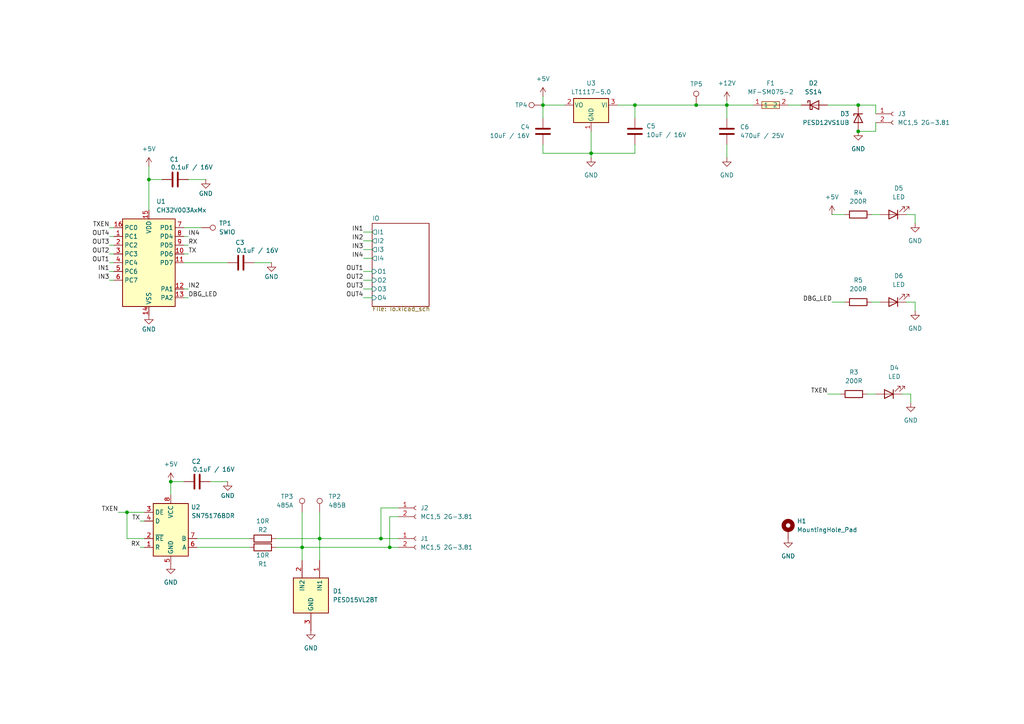
<source format=kicad_sch>
(kicad_sch (version 20250114) (generator "eeschema") (generator_version "9.0")
  (paper "A4")
  (title_block (title "LAM-MEW-G3") (date "2025-03-29") (rev "A") (company "B4CKSP4CE") (comment 1 "@heyflo") (comment 2 "CERN-OHL-S"))
  (lib_symbols
    (symbol "Connector:Conn_01x02_Socket" (pin_names (offset 1.016) (hide yes))
      (property "Reference" "J" (at 0 2.54 0))
      (property "Value" "Conn_01x02_Socket" (at 0 -5.08 0))
      (symbol "Conn_01x02_Socket_1_1"
        (polyline (pts (xy -1.27 0) (xy -0.508 0)) (stroke (width 0.1524)))
        (polyline (pts (xy -1.27 -2.54) (xy -0.508 -2.54)) (stroke (width 0.1524)))
        (arc (start 0 -0.508) (mid -0.5058 0) (end 0 0.508) (stroke (width 0.1524)))
        (arc (start 0 -3.048) (mid -0.5058 -2.54) (end 0 -2.032) (stroke (width 0.1524)))
        (pin passive line (at -5.08 0 0) (length 3.81) (name "Pin_1") (number "1"))
        (pin passive line (at -5.08 -2.54 0) (length 3.81) (name "Pin_2") (number "2"))
      )
    )
    (symbol "Connector:TestPoint" (pin_numbers (hide yes)) (pin_names (offset 0.762) (hide yes))
      (property "Reference" "TP" (at 0 6.858 0))
      (property "Value" "TestPoint" (at 0 5.08 0))
      (symbol "TestPoint_0_1"
        (circle (center 0 3.302) (radius 0.762))
      )
      (symbol "TestPoint_1_1"
        (pin passive line (at 0 0 90) (length 2.54) (name "1") (number "1"))
      )
    )
    (symbol "Custom:MF-SM075-2"
      (property "Reference" "F" (at 0 5.08 0))
      (property "Value" "MF-SM075-2" (at 0 -5.08 0))
      (symbol "MF-SM075-2_0_1"
        (rectangle (start -2.54 1.02) (end 2.54 -1.02) (fill (type background)))
        (polyline (pts (xy -2.54 0) (xy 2.54 0)))
      )
      (symbol "MF-SM075-2_1_1"
        (pin bidirectional line (at -5.08 0 0) (length 2.54) (name "1") (number "1"))
        (pin bidirectional line (at 5.08 0 180) (length 2.54) (name "2") (number "2"))
      )
    )
    (symbol "Custom:PESD12VL2BT"
      (property "Reference" "D" (at 5.08 8.636 0))
      (property "Value" "PESD15VL2BT" (at 5.08 6.096 0))
      (symbol "PESD12VL2BT_1_1"
        (rectangle (start 5.08 3.81) (end 15.24 -6.35) (stroke (width 0.254)) (fill (type background)))
        (pin passive line (at 0 1.27 0) (length 5.08) (name "IN1") (number "1"))
        (pin passive line (at 0 -3.81 0) (length 5.08) (name "IN2") (number "2"))
        (pin passive line (at 20.32 -1.27 180) (length 5.08) (name "GND") (number "3"))
      )
    )
    (symbol "Custom:PESD12VS1UB" (pin_numbers (hide yes)) (pin_names (hide yes))
      (property "Reference" "D" (at 0 2.54 0))
      (property "Value" "PESD12VS1UB" (at 0 -2.54 0))
      (symbol "PESD12VS1UB_0_1"
        (polyline (pts (xy -1.27 -1.27) (xy -1.27 1.27) (xy -0.762 1.27)) (stroke (width 0.254)))
        (polyline (pts (xy 1.27 0) (xy -1.27 0)))
        (polyline (pts (xy 1.27 -1.27) (xy 1.27 1.27) (xy -1.27 0) (xy 1.27 -1.27)) (stroke (width 0.254)))
      )
      (symbol "PESD12VS1UB_1_1"
        (pin passive line (at -3.81 0 0) (length 2.54) (name "K") (number "1"))
        (pin passive line (at 3.81 0 180) (length 2.54) (name "A") (number "2"))
      )
    )
    (symbol "Custom:SN75176BDR"
      (property "Reference" "U" (at -4.318 8.89 0))
      (property "Value" "SN75176BDR" (at 1.016 8.89 0))
      (symbol "SN75176BDR_0_1"
        (rectangle (start -5.08 7.62) (end 5.08 -7.62) (stroke (width 0.254)) (fill (type background)))
      )
      (symbol "SN75176BDR_1_1"
        (pin input line (at -7.62 5.08 0) (length 2.54) (name "DE") (number "3"))
        (pin input line (at -7.62 2.54 0) (length 2.54) (name "D") (number "4"))
        (pin input line (at -7.62 -2.54 0) (length 2.54) (name "~{RE}") (number "2"))
        (pin output line (at -7.62 -5.08 0) (length 2.54) (name "R") (number "1"))
        (pin power_in line (at 0 10.16 270) (length 2.54) (name "VCC") (number "8"))
        (pin power_in line (at 0 -10.16 90) (length 2.54) (name "GND") (number "5"))
        (pin bidirectional line (at 7.62 -2.54 180) (length 2.54) (name "B") (number "7"))
        (pin bidirectional line (at 7.62 -5.08 180) (length 2.54) (name "A") (number "6"))
      )
    )
    (symbol "Device:C" (pin_numbers (hide yes)) (pin_names (offset 0.254))
      (property "Reference" "C" (at 0.635 2.54 0))
      (property "Value" "C" (at 0.635 -2.54 0))
      (symbol "C_0_1"
        (polyline (pts (xy -2.032 0.762) (xy 2.032 0.762)) (stroke (width 0.508)))
        (polyline (pts (xy -2.032 -0.762) (xy 2.032 -0.762)) (stroke (width 0.508)))
      )
      (symbol "C_1_1"
        (pin passive line (at 0 3.81 270) (length 2.794) (name "~") (number "1"))
        (pin passive line (at 0 -3.81 90) (length 2.794) (name "~") (number "2"))
      )
    )
    (symbol "Device:LED" (pin_numbers (hide yes)) (pin_names (offset 1.016) (hide yes))
      (property "Reference" "D" (at 0 2.54 0))
      (property "Value" "LED" (at 0 -2.54 0))
      (symbol "LED_0_1"
        (polyline (pts (xy -3.048 -0.762) (xy -4.572 -2.286) (xy -3.81 -2.286) (xy -4.572 -2.286) (xy -4.572 -1.524)))
        (polyline (pts (xy -1.778 -0.762) (xy -3.302 -2.286) (xy -2.54 -2.286) (xy -3.302 -2.286) (xy -3.302 -1.524)))
        (polyline (pts (xy -1.27 0) (xy 1.27 0)))
        (polyline (pts (xy -1.27 -1.27) (xy -1.27 1.27)) (stroke (width 0.254)))
        (polyline (pts (xy 1.27 -1.27) (xy 1.27 1.27) (xy -1.27 0) (xy 1.27 -1.27)) (stroke (width 0.254)))
      )
      (symbol "LED_1_1"
        (pin passive line (at -3.81 0 0) (length 2.54) (name "K") (number "1"))
        (pin passive line (at 3.81 0 180) (length 2.54) (name "A") (number "2"))
      )
    )
    (symbol "Device:R" (pin_numbers (hide yes)) (pin_names (offset 0))
      (property "Reference" "R" (at 2.032 0 90))
      (property "Value" "R" (at 0 0 90))
      (symbol "R_0_1"
        (rectangle (start -1.016 -2.54) (end 1.016 2.54) (stroke (width 0.254)))
      )
      (symbol "R_1_1"
        (pin passive line (at 0 3.81 270) (length 1.27) (name "~") (number "1"))
        (pin passive line (at 0 -3.81 90) (length 1.27) (name "~") (number "2"))
      )
    )
    (symbol "Diode:SS14" (pin_numbers (hide yes)) (pin_names (offset 1.016) (hide yes))
      (property "Reference" "D" (at 0 2.54 0))
      (property "Value" "SS14" (at 0 -2.54 0))
      (symbol "SS14_0_1"
        (polyline (pts (xy -1.905 0.635) (xy -1.905 1.27) (xy -1.27 1.27) (xy -1.27 -1.27) (xy -0.635 -1.27) (xy -0.635 -0.635)) (stroke (width 0.254)))
        (polyline (pts (xy 1.27 1.27) (xy 1.27 -1.27) (xy -1.27 0) (xy 1.27 1.27)) (stroke (width 0.254)))
        (polyline (pts (xy 1.27 0) (xy -1.27 0)))
      )
      (symbol "SS14_1_1"
        (pin passive line (at -3.81 0 0) (length 2.54) (name "K") (number "1"))
        (pin passive line (at 3.81 0 180) (length 2.54) (name "A") (number "2"))
      )
    )
    (symbol "MCU_WCH_CH32V0:CH32V003AxMx"
      (property "Reference" "U" (at -7.62 15.24 0))
      (property "Value" "CH32V003AxMx" (at 7.62 15.24 0))
      (symbol "CH32V003AxMx_1_1"
        (rectangle (start -7.62 12.7) (end 7.62 -12.7) (stroke (width 0.254)) (fill (type background)))
        (pin bidirectional line (at -10.16 10.16 0) (length 2.54) (name "PC0") (number "16"))
        (pin bidirectional line (at -10.16 7.62 0) (length 2.54) (name "PC1") (number "1"))
        (pin bidirectional line (at -10.16 5.08 0) (length 2.54) (name "PC2") (number "2"))
        (pin bidirectional line (at -10.16 2.54 0) (length 2.54) (name "PC3") (number "3"))
        (pin bidirectional line (at -10.16 0 0) (length 2.54) (name "PC4") (number "4"))
        (pin bidirectional line (at -10.16 -2.54 0) (length 2.54) (name "PC6") (number "5"))
        (pin bidirectional line (at -10.16 -5.08 0) (length 2.54) (name "PC7") (number "6"))
        (pin power_in line (at 0 15.24 270) (length 2.54) (name "VDD") (number "15"))
        (pin power_in line (at 0 -15.24 90) (length 2.54) (name "VSS") (number "14"))
        (pin bidirectional line (at 10.16 10.16 180) (length 2.54) (name "PD1") (number "7"))
        (pin bidirectional line (at 10.16 7.62 180) (length 2.54) (name "PD4") (number "8"))
        (pin bidirectional line (at 10.16 5.08 180) (length 2.54) (name "PD5") (number "9"))
        (pin bidirectional line (at 10.16 2.54 180) (length 2.54) (name "PD6") (number "10"))
        (pin bidirectional line (at 10.16 0 180) (length 2.54) (name "PD7") (number "11"))
        (pin bidirectional line (at 10.16 -7.62 180) (length 2.54) (name "PA1") (number "12"))
        (pin bidirectional line (at 10.16 -10.16 180) (length 2.54) (name "PA2") (number "13"))
      )
    )
    (symbol "Mechanical:MountingHole_Pad" (pin_numbers (hide yes)) (pin_names (offset 1.016) (hide yes)) (exclude_from_sim yes) (in_bom no)
      (property "Reference" "H" (at 0 6.35 0))
      (property "Value" "MountingHole_Pad" (at 0 4.445 0))
      (symbol "MountingHole_Pad_0_1"
        (circle (center 0 1.27) (radius 1.27) (stroke (width 1.27)))
      )
      (symbol "MountingHole_Pad_1_1"
        (pin input line (at 0 -2.54 90) (length 2.54) (name "1") (number "1"))
      )
    )
    (symbol "Regulator_Linear:LT1117-5.0" (pin_names (offset 0.254))
      (property "Reference" "U" (at -3.81 3.175 0))
      (property "Value" "LT1117-5.0" (at 0 3.175 0))
      (symbol "LT1117-5.0_0_1"
        (rectangle (start -5.08 -5.08) (end 5.08 1.905) (stroke (width 0.254)) (fill (type background)))
      )
      (symbol "LT1117-5.0_1_1"
        (pin power_in line (at -7.62 0 0) (length 2.54) (name "VI") (number "3"))
        (pin power_in line (at 0 -7.62 90) (length 2.54) (name "GND") (number "1"))
        (pin power_out line (at 7.62 0 180) (length 2.54) (name "VO") (number "2"))
      )
    )
    (symbol "power:+12V" (power) (pin_numbers (hide yes)) (pin_names (offset 0) (hide yes))
      (property "Value" "+12V" (at 0 3.556 0))
      (symbol "+12V_0_1"
        (polyline (pts (xy -0.762 1.27) (xy 0 2.54)))
        (polyline (pts (xy 0 2.54) (xy 0.762 1.27)))
        (polyline (pts (xy 0 0) (xy 0 2.54)))
      )
      (symbol "+12V_1_1"
        (pin power_in line (at 0 0 90) (length 0) (name "~") (number "1"))
      )
    )
    (symbol "power:+5V" (power) (pin_numbers (hide yes)) (pin_names (offset 0) (hide yes))
      (property "Value" "+5V" (at 0 3.556 0))
      (symbol "+5V_0_1"
        (polyline (pts (xy -0.762 1.27) (xy 0 2.54)))
        (polyline (pts (xy 0 2.54) (xy 0.762 1.27)))
        (polyline (pts (xy 0 0) (xy 0 2.54)))
      )
      (symbol "+5V_1_1"
        (pin power_in line (at 0 0 90) (length 0) (name "~") (number "1"))
      )
    )
    (symbol "power:GND" (power) (pin_numbers (hide yes)) (pin_names (offset 0) (hide yes))
      (property "Value" "GND" (at 0 -3.81 0))
      (symbol "GND_0_1"
        (polyline (pts (xy 0 0) (xy 0 -1.27) (xy 1.27 -1.27) (xy 0 -2.54) (xy -1.27 -1.27) (xy 0 -1.27)))
      )
      (symbol "GND_1_1"
        (pin power_in line (at 0 0 270) (length 0) (name "~") (number "1"))
      )
    )
  )
  (junction (at 87.63 158.75))
  (junction (at 113.03 158.75))
  (junction (at 49.53 139.7))
  (junction (at 43.18 52.07))
  (junction (at 210.82 30.48))
  (junction (at 201.93 30.48))
  (junction (at 184.15 30.48))
  (junction (at 110.49 156.21))
  (junction (at 171.45 44.45))
  (junction (at 157.48 30.48))
  (junction (at 92.71 156.21))
  (junction (at 248.92 38.1))
  (junction (at 248.92 30.48))
  (junction (at 36.83 148.59))
  (wire (pts (xy 241.3 87.63) (xy 245.11 87.63)))
  (wire (pts (xy 53.34 76.2) (xy 66.04 76.2)))
  (wire (pts (xy 40.64 158.75) (xy 41.91 158.75)))
  (wire (pts (xy 252.73 87.63) (xy 255.27 87.63)))
  (wire (pts (xy 92.71 156.21) (xy 110.49 156.21)))
  (wire (pts (xy 36.83 156.21) (xy 36.83 148.59)))
  (wire (pts (xy 43.18 52.07) (xy 43.18 48.26)))
  (wire (pts (xy 265.43 87.63) (xy 265.43 90.17)))
  (wire (pts (xy 171.45 38.1) (xy 171.45 44.45)))
  (wire (pts (xy 157.48 27.94) (xy 157.48 30.48)))
  (wire (pts (xy 184.15 44.45) (xy 171.45 44.45)))
  (wire (pts (xy 31.75 71.12) (xy 33.02 71.12)))
  (wire (pts (xy 53.34 66.04) (xy 58.42 66.04)))
  (wire (pts (xy 31.75 68.58) (xy 33.02 68.58)))
  (wire (pts (xy 265.43 62.23) (xy 265.43 64.77)))
  (wire (pts (xy 105.41 69.85) (xy 107.95 69.85)))
  (wire (pts (xy 113.03 149.86) (xy 113.03 158.75)))
  (wire (pts (xy 54.61 86.36) (xy 53.34 86.36)))
  (wire (pts (xy 210.82 45.72) (xy 210.82 41.91)))
  (wire (pts (xy 41.91 156.21) (xy 36.83 156.21)))
  (wire (pts (xy 92.71 156.21) (xy 92.71 162.56)))
  (wire (pts (xy 73.66 76.2) (xy 78.74 76.2)))
  (wire (pts (xy 31.75 78.74) (xy 33.02 78.74)))
  (wire (pts (xy 261.62 114.3) (xy 264.16 114.3)))
  (wire (pts (xy 241.3 62.23) (xy 245.11 62.23)))
  (wire (pts (xy 240.03 30.48) (xy 248.92 30.48)))
  (wire (pts (xy 254 30.48) (xy 254 33.02)))
  (wire (pts (xy 262.89 87.63) (xy 265.43 87.63)))
  (wire (pts (xy 240.03 114.3) (xy 243.84 114.3)))
  (wire (pts (xy 228.6 30.48) (xy 232.41 30.48)))
  (wire (pts (xy 31.75 73.66) (xy 33.02 73.66)))
  (wire (pts (xy 105.41 67.31) (xy 107.95 67.31)))
  (wire (pts (xy 157.48 34.29) (xy 157.48 30.48)))
  (wire (pts (xy 105.41 86.36) (xy 107.95 86.36)))
  (wire (pts (xy 157.48 41.91) (xy 157.48 44.45)))
  (wire (pts (xy 262.89 62.23) (xy 265.43 62.23)))
  (wire (pts (xy 53.34 139.7) (xy 49.53 139.7)))
  (wire (pts (xy 54.61 52.07) (xy 59.69 52.07)))
  (wire (pts (xy 40.64 151.13) (xy 41.91 151.13)))
  (wire (pts (xy 80.01 156.21) (xy 92.71 156.21)))
  (wire (pts (xy 57.15 158.75) (xy 72.39 158.75)))
  (wire (pts (xy 110.49 156.21) (xy 115.57 156.21)))
  (wire (pts (xy 49.53 139.7) (xy 49.53 143.51)))
  (wire (pts (xy 184.15 41.91) (xy 184.15 44.45)))
  (wire (pts (xy 31.75 66.04) (xy 33.02 66.04)))
  (wire (pts (xy 36.83 148.59) (xy 41.91 148.59)))
  (wire (pts (xy 264.16 114.3) (xy 264.16 116.84)))
  (wire (pts (xy 31.75 76.2) (xy 33.02 76.2)))
  (wire (pts (xy 184.15 34.29) (xy 184.15 30.48)))
  (wire (pts (xy 184.15 30.48) (xy 201.93 30.48)))
  (wire (pts (xy 105.41 81.28) (xy 107.95 81.28)))
  (wire (pts (xy 252.73 62.23) (xy 255.27 62.23)))
  (wire (pts (xy 57.15 156.21) (xy 72.39 156.21)))
  (wire (pts (xy 105.41 83.82) (xy 107.95 83.82)))
  (wire (pts (xy 184.15 30.48) (xy 179.07 30.48)))
  (wire (pts (xy 105.41 78.74) (xy 107.95 78.74)))
  (wire (pts (xy 115.57 147.32) (xy 110.49 147.32)))
  (wire (pts (xy 110.49 147.32) (xy 110.49 156.21)))
  (wire (pts (xy 87.63 158.75) (xy 113.03 158.75)))
  (wire (pts (xy 248.92 30.48) (xy 254 30.48)))
  (wire (pts (xy 251.46 114.3) (xy 254 114.3)))
  (wire (pts (xy 87.63 158.75) (xy 87.63 162.56)))
  (wire (pts (xy 171.45 45.72) (xy 171.45 44.45)))
  (wire (pts (xy 31.75 81.28) (xy 33.02 81.28)))
  (wire (pts (xy 254 35.56) (xy 254 38.1)))
  (wire (pts (xy 54.61 68.58) (xy 53.34 68.58)))
  (wire (pts (xy 115.57 149.86) (xy 113.03 149.86)))
  (wire (pts (xy 113.03 158.75) (xy 115.57 158.75)))
  (wire (pts (xy 43.18 52.07) (xy 43.18 60.96)))
  (wire (pts (xy 80.01 158.75) (xy 87.63 158.75)))
  (wire (pts (xy 46.99 52.07) (xy 43.18 52.07)))
  (wire (pts (xy 34.29 148.59) (xy 36.83 148.59)))
  (wire (pts (xy 254 38.1) (xy 248.92 38.1)))
  (wire (pts (xy 54.61 73.66) (xy 53.34 73.66)))
  (wire (pts (xy 210.82 30.48) (xy 210.82 34.29)))
  (wire (pts (xy 54.61 83.82) (xy 53.34 83.82)))
  (wire (pts (xy 54.61 71.12) (xy 53.34 71.12)))
  (wire (pts (xy 157.48 44.45) (xy 171.45 44.45)))
  (wire (pts (xy 60.96 139.7) (xy 66.04 139.7)))
  (wire (pts (xy 210.82 30.48) (xy 201.93 30.48)))
  (wire (pts (xy 210.82 29.21) (xy 210.82 30.48)))
  (wire (pts (xy 210.82 30.48) (xy 218.44 30.48)))
  (wire (pts (xy 105.41 72.39) (xy 107.95 72.39)))
  (wire (pts (xy 92.71 148.59) (xy 92.71 156.21)))
  (wire (pts (xy 87.63 148.59) (xy 87.63 158.75)))
  (wire (pts (xy 163.83 30.48) (xy 157.48 30.48)))
  (wire (pts (xy 105.41 74.93) (xy 107.95 74.93)))
  (label "IN2" (at 54.61 83.82 0))
  (label "TX" (at 54.61 73.66 0))
  (label "OUT4" (at 105.41 86.36 180))
  (label "OUT3" (at 105.41 83.82 180))
  (label "TX" (at 40.64 151.13 180))
  (label "IN3" (at 105.41 72.39 180))
  (label "DBG_LED" (at 241.3 87.63 180))
  (label "DBG_LED" (at 54.61 86.36 0))
  (label "RX" (at 54.61 71.12 0))
  (label "OUT4" (at 31.75 68.58 180))
  (label "IN1" (at 31.75 78.74 180))
  (label "IN3" (at 31.75 81.28 180))
  (label "IN1" (at 105.41 67.31 180))
  (label "OUT1" (at 105.41 78.74 180))
  (label "IN4" (at 54.61 68.58 0))
  (label "OUT2" (at 31.75 73.66 180))
  (label "TXEN" (at 240.03 114.3 180))
  (label "OUT3" (at 31.75 71.12 180))
  (label "RX" (at 40.64 158.75 180))
  (label "TXEN" (at 31.75 66.04 180))
  (label "TXEN" (at 34.29 148.59 180))
  (label "OUT1" (at 31.75 76.2 180))
  (label "IN4" (at 105.41 74.93 180))
  (label "OUT2" (at 105.41 81.28 180))
  (label "IN2" (at 105.41 69.85 180))
  (symbol (lib_id "power:GND") (at 264.16 116.84 0) (unit 1)
    (property "Reference" "#PWR014" (effects (hide yes)))
    (property "Value" "GND" (at 264.16 121.92 0))
    (property "Description" "Power symbol creates a global label with name \"GND\" , ground" (effects (hide yes)))
  )
  (symbol (lib_id "Connector:TestPoint") (at 201.93 30.48 0) (mirror y) (unit 1)
    (property "Reference" "TP5" (at 200.152 24.384 0) (effects (justify right)))
    (property "Value" "12V" (effects (hide yes)))
    (property "Footprint" "TestPoint:TestPoint_Pad_D2.5mm" (effects (hide yes)))
    (property "Description" "test point" (effects (hide yes)))
  )
  (symbol (lib_id "power:+5V") (at 49.53 139.7 0) (unit 1)
    (property "Reference" "#PWR03" (effects (hide yes)))
    (property "Value" "+5V" (at 49.53 134.62 0))
    (property "Description" "Power symbol creates a global label with name \"+5V\"" (effects (hide yes)))
  )
  (symbol (lib_id "power:+12V") (at 210.82 29.21 0) (unit 1)
    (property "Reference" "#PWR011" (effects (hide yes)))
    (property "Value" "+12V" (at 210.82 24.13 0))
    (property "Description" "Power symbol creates a global label with name \"+12V\"" (effects (hide yes)))
  )
  (symbol (lib_id "Custom:SN75176BDR") (at 49.53 153.67 0) (unit 1)
    (property "Reference" "U2" (at 55.372 147.066 0) (effects (justify left)))
    (property "Value" "SN75176BDR" (at 55.5147 149.606 0) (effects (justify left)))
    (property "Footprint" "Package_SO:SOIC-8_3.9x4.9mm_P1.27mm" (effects (hide yes)))
    (property "Datasheet" "http://www.ti.com/lit/ds/symlink/sn75176b.pdf" (effects (hide yes)))
    (property "Description" "Differential RS-422/RS-485 bus transceiver, SOIC-8" (effects (hide yes)))
  )
  (symbol (lib_id "Diode:SS14") (at 236.22 30.48 0) (unit 1)
    (property "Reference" "D2" (at 235.9025 24.13 0))
    (property "Value" "SS14" (at 235.9025 26.67 0))
    (property "Footprint" "Diode_SMD:D_SMA" (effects (hide yes)))
    (property "Datasheet" "https://www.vishay.com/docs/88746/ss12.pdf" (effects (hide yes)))
    (property "Description" "40V 1A Schottky Diode, SMA" (effects (hide yes)))
  )
  (symbol (lib_id "Device:LED") (at 259.08 62.23 180) (unit 1)
    (property "Reference" "D5" (at 260.6675 54.61 0))
    (property "Value" "LED" (at 260.6675 57.15 0))
    (property "Footprint" "LED_SMD:LED_1206_3216Metric_ReverseMount_Hole1.8x2.4mm" (effects (hide yes)))
    (property "Description" "Light emitting diode" (effects (hide yes)))
    (property "Sim.Pins" "1=K 2=A" (effects (hide yes)))
  )
  (symbol (lib_id "Device:LED") (at 257.81 114.3 180) (unit 1)
    (property "Reference" "D4" (at 259.3975 106.68 0))
    (property "Value" "LED" (at 259.3975 109.22 0))
    (property "Footprint" "LED_SMD:LED_1206_3216Metric_ReverseMount_Hole1.8x2.4mm" (effects (hide yes)))
    (property "Description" "Light emitting diode" (effects (hide yes)))
    (property "Sim.Pins" "1=K 2=A" (effects (hide yes)))
  )
  (symbol (lib_id "power:GND") (at 171.45 45.72 0) (mirror y) (unit 1)
    (property "Reference" "#PWR010" (effects (hide yes)))
    (property "Value" "GND" (at 171.45 50.8 0))
    (property "Description" "Power symbol creates a global label with name \"GND\" , ground" (effects (hide yes)))
  )
  (symbol (lib_id "power:GND") (at 210.82 45.72 0) (unit 1)
    (property "Reference" "#PWR012" (effects (hide yes)))
    (property "Value" "GND" (at 210.82 50.8 0))
    (property "Description" "Power symbol creates a global label with name \"GND\" , ground" (effects (hide yes)))
  )
  (symbol (lib_id "power:GND") (at 43.18 91.44 0) (mirror y) (unit 1)
    (property "Reference" "#PWR02" (effects (hide yes)))
    (property "Value" "GND" (at 43.18 95.504 0))
    (property "Description" "Power symbol creates a global label with name \"GND\" , ground" (effects (hide yes)))
  )
  (symbol (lib_id "Connector:TestPoint") (at 87.63 148.59 0) (mirror y) (unit 1)
    (property "Reference" "TP3" (at 85.09 144.0179 0) (effects (justify left)))
    (property "Value" "485A" (at 85.09 146.5579 0) (effects (justify left)))
    (property "Footprint" "TestPoint:TestPoint_Pad_D2.5mm" (effects (hide yes)))
    (property "Description" "test point" (effects (hide yes)))
  )
  (symbol (lib_id "power:GND") (at 248.92 38.1 0) (unit 1)
    (property "Reference" "#PWR013" (effects (hide yes)))
    (property "Value" "GND" (at 248.92 43.18 0))
    (property "Description" "Power symbol creates a global label with name \"GND\" , ground" (effects (hide yes)))
  )
  (symbol (lib_id "Device:C") (at 50.8 52.07 270) (mirror x) (unit 1)
    (property "Reference" "C1" (at 50.546 46.228 90))
    (property "Value" "0.1uF / 16V" (at 55.626 48.514 90))
    (property "Footprint" "Capacitor_SMD:C_0805_2012Metric" (effects (hide yes)))
    (property "Description" "Unpolarized capacitor" (effects (hide yes)))
  )
  (symbol (lib_id "power:GND") (at 59.69 52.07 0) (mirror y) (unit 1)
    (property "Reference" "#PWR05" (effects (hide yes)))
    (property "Value" "GND" (at 59.69 56.134 0))
    (property "Description" "Power symbol creates a global label with name \"GND\" , ground" (effects (hide yes)))
  )
  (symbol (lib_id "Device:C") (at 57.15 139.7 270) (mirror x) (unit 1)
    (property "Reference" "C2" (at 56.896 133.858 90))
    (property "Value" "0.1uF / 16V" (at 61.976 136.144 90))
    (property "Footprint" "Capacitor_SMD:C_0805_2012Metric" (effects (hide yes)))
    (property "Description" "Unpolarized capacitor" (effects (hide yes)))
  )
  (symbol (lib_id "Mechanical:MountingHole_Pad") (at 228.6 153.67 0) (unit 1) (exclude_from_sim yes) (in_bom no)
    (property "Reference" "H1" (at 231.14 151.1299 0) (effects (justify left)))
    (property "Value" "MountingHole_Pad" (at 231.14 153.6699 0) (effects (justify left)))
    (property "Footprint" "MountingHole:MountingHole_3.2mm_M3_DIN965_Pad_TopOnly" (effects (hide yes)))
    (property "Description" "Mounting Hole with connection" (effects (hide yes)))
  )
  (symbol (lib_id "Connector:TestPoint") (at 157.48 30.48 90) (unit 1)
    (property "Reference" "TP4" (at 149.352 30.48 90) (effects (justify right)))
    (property "Value" "5V" (effects (hide yes)))
    (property "Footprint" "TestPoint:TestPoint_Pad_D2.5mm" (effects (hide yes)))
    (property "Description" "test point" (effects (hide yes)))
  )
  (symbol (lib_id "power:GND") (at 265.43 64.77 0) (unit 1)
    (property "Reference" "#PWR015" (effects (hide yes)))
    (property "Value" "GND" (at 265.43 69.85 0))
    (property "Description" "Power symbol creates a global label with name \"GND\" , ground" (effects (hide yes)))
  )
  (symbol (lib_id "power:+5V") (at 157.48 27.94 0) (unit 1)
    (property "Reference" "#PWR09" (effects (hide yes)))
    (property "Value" "+5V" (at 157.48 22.86 0))
    (property "Description" "Power symbol creates a global label with name \"+5V\"" (effects (hide yes)))
  )
  (symbol (lib_id "MCU_WCH_CH32V0:CH32V003AxMx") (at 43.18 76.2 0) (unit 1)
    (property "Reference" "U1" (at 45.3233 58.42 0) (effects (justify left)))
    (property "Value" "CH32V003AxMx" (at 45.3233 60.96 0) (effects (justify left)))
    (property "Footprint" "Package_SO:SOP-16_3.9x9.9mm_P1.27mm" (effects (hide yes)))
    (property "Datasheet" "https://www.wch-ic.com/products/CH32V003.html" (effects (hide yes)))
    (property "Description" "CH32V003 series are industrial-grade general-purpose microcontrollers designed based on 32-bit RISC-V instruction set and architecture. It adopts QingKe V2A core, RV32EC instruction set, and supports 2 levels of interrupt nesting. The series are mounted with rich peripheral interfaces and function modules. Its internal organizational structure meets the low-cost and low-power embedded application scenarios." (effects (hide yes)))
  )
  (symbol (lib_id "Device:C") (at 157.48 38.1 0) (unit 1)
    (property "Reference" "C4" (at 153.67 36.8299 0) (effects (justify right)))
    (property "Value" "10uF / 16V" (at 153.67 39.3699 0) (effects (justify right)))
    (property "Footprint" "Capacitor_SMD:C_0805_2012Metric" (effects (hide yes)))
    (property "Description" "Unpolarized capacitor" (effects (hide yes)))
  )
  (symbol (lib_id "Device:LED") (at 259.08 87.63 180) (unit 1)
    (property "Reference" "D6" (at 260.6675 80.01 0))
    (property "Value" "LED" (at 260.6675 82.55 0))
    (property "Footprint" "LED_SMD:LED_1206_3216Metric_ReverseMount_Hole1.8x2.4mm" (effects (hide yes)))
    (property "Description" "Light emitting diode" (effects (hide yes)))
    (property "Sim.Pins" "1=K 2=A" (effects (hide yes)))
  )
  (symbol (lib_id "Connector:TestPoint") (at 92.71 148.59 0) (unit 1)
    (property "Reference" "TP2" (at 95.25 144.0179 0) (effects (justify left)))
    (property "Value" "485B" (at 95.25 146.5579 0) (effects (justify left)))
    (property "Footprint" "TestPoint:TestPoint_Pad_D2.5mm" (effects (hide yes)))
    (property "Description" "test point" (effects (hide yes)))
  )
  (symbol (lib_id "Custom:MF-SM075-2") (at 223.52 30.48 0) (unit 1)
    (property "Reference" "F1" (at 223.52 24.13 0))
    (property "Value" "MF-SM075-2" (at 223.52 26.67 0))
    (property "Footprint" "Custom:FUSE-SMD_L7.4-W5.4" (effects (hide yes)))
    (property "Datasheet" "https://eu.mouser.com/datasheet/2/54/bourns_mfsm-1159445.pdf" (effects (hide yes)))
    (property "Description" "Resettable Fuses - PPTC 30V .75A-HD 40A MAX" (effects (hide yes)))
  )
  (symbol (lib_id "Regulator_Linear:LT1117-5.0") (at 171.45 30.48 0) (mirror y) (unit 1)
    (property "Reference" "U3" (at 171.45 24.13 0))
    (property "Value" "LT1117-5.0" (at 171.45 26.67 0))
    (property "Footprint" "Package_TO_SOT_SMD:SOT-223" (effects (hide yes)))
    (property "Datasheet" "https://www.analog.com/media/en/technical-documentation/data-sheets/1117fd.pdf" (effects (hide yes)))
    (property "Description" "800mA Low-Dropout Linear Regulator, 5.0V fixed output, SOT-223/TO-263" (effects (hide yes)))
  )
  (symbol (lib_id "Device:C") (at 210.82 38.1 0) (unit 1)
    (property "Reference" "C6" (at 214.63 36.8299 0) (effects (justify left)))
    (property "Value" "470uF / 25V" (at 214.63 39.3699 0) (effects (justify left)))
    (property "Footprint" "Capacitor_SMD:CP_Elec_6.3x5.9" (effects (hide yes)))
    (property "Description" "Unpolarized capacitor" (effects (hide yes)))
  )
  (symbol (lib_id "power:GND") (at 66.04 139.7 0) (mirror y) (unit 1)
    (property "Reference" "#PWR06" (effects (hide yes)))
    (property "Value" "GND" (at 66.04 143.764 0))
    (property "Description" "Power symbol creates a global label with name \"GND\" , ground" (effects (hide yes)))
  )
  (symbol (lib_id "Device:C") (at 184.15 38.1 0) (mirror y) (unit 1)
    (property "Reference" "C5" (at 187.452 36.576 0) (effects (justify right)))
    (property "Value" "10uF / 16V" (at 187.452 39.116 0) (effects (justify right)))
    (property "Footprint" "Capacitor_SMD:C_0805_2012Metric" (effects (hide yes)))
    (property "Description" "Unpolarized capacitor" (effects (hide yes)))
  )
  (symbol (lib_id "Connector:Conn_01x02_Socket") (at 120.65 147.32 0) (unit 1)
    (property "Reference" "J2" (at 121.92 147.3199 0) (effects (justify left)))
    (property "Value" "MC1,5 2G-3.81" (at 121.92 149.8599 0) (effects (justify left)))
    (property "Footprint" "Connector_Phoenix_MC:PhoenixContact_MC_1,5_2-G-3.81_1x02_P3.81mm_Horizontal" (effects (hide yes)))
    (property "Description" "Generic connector, single row, 01x02, script generated" (effects (hide yes)))
  )
  (symbol (lib_id "Device:R") (at 248.92 87.63 90) (unit 1)
    (property "Reference" "R5" (at 248.92 81.28 90))
    (property "Value" "200R" (at 248.92 83.82 90))
    (property "Footprint" "Resistor_SMD:R_0805_2012Metric" (effects (hide yes)))
    (property "Description" "Resistor" (effects (hide yes)))
  )
  (symbol (lib_id "Connector:TestPoint") (at 58.42 66.04 270) (unit 1)
    (property "Reference" "TP1" (at 63.5 64.7699 90) (effects (justify left)))
    (property "Value" "SWIO" (at 63.5 67.3099 90) (effects (justify left)))
    (property "Footprint" "TestPoint:TestPoint_Pad_D2.5mm" (effects (hide yes)))
    (property "Description" "test point" (effects (hide yes)))
  )
  (symbol (lib_id "Device:R") (at 76.2 158.75 90) (mirror x) (unit 1)
    (property "Reference" "R1" (at 76.2 163.576 90))
    (property "Value" "10R" (at 76.2 161.036 90))
    (property "Footprint" "Resistor_SMD:R_0805_2012Metric" (effects (hide yes)))
    (property "Description" "Resistor" (effects (hide yes)))
  )
  (symbol (lib_id "power:GND") (at 49.53 163.83 0) (unit 1)
    (property "Reference" "#PWR04" (effects (hide yes)))
    (property "Value" "GND" (at 49.53 168.91 0))
    (property "Description" "Power symbol creates a global label with name \"GND\" , ground" (effects (hide yes)))
  )
  (symbol (lib_id "Device:R") (at 248.92 62.23 90) (unit 1)
    (property "Reference" "R4" (at 248.92 55.88 90))
    (property "Value" "200R" (at 248.92 58.42 90))
    (property "Footprint" "Resistor_SMD:R_0805_2012Metric" (effects (hide yes)))
    (property "Description" "Resistor" (effects (hide yes)))
  )
  (symbol (lib_id "Custom:PESD12VL2BT") (at 91.44 162.56 270) (unit 1)
    (property "Reference" "D1" (at 96.52 171.4499 90) (effects (justify left)))
    (property "Value" "PESD15VL2BT" (at 96.52 173.9899 90) (effects (justify left)))
    (property "Footprint" "Package_TO_SOT_SMD:SOT-23" (effects (hide yes)))
    (property "Datasheet" "https://assets.nexperia.com/documents/data-sheet/PESDXS2UT_SERIES.pdf" (effects (hide yes)))
    (property "Description" "Dual Bi-Directional TVS, 12V Operational, 15.8V Breakdown, 200W" (effects (hide yes)))
    (property "Height" "1.1" (effects (hide yes)))
    (property "Mouser Part Number" "771-PESD15VS2UT-T/R" (effects (hide yes)))
    (property "Mouser Price/Stock" "https://www.mouser.co.uk/ProductDetail/Nexperia/PESD15VS2UT215?qs=LOCUfHb8d9u9Mp9X1kxKXg%3D%3D" (effects (hide yes)))
    (property "Manufacturer_Name" "Nexperia" (effects (hide yes)))
    (property "Manufacturer_Part_Number" "PESD15VS2UT,215" (effects (hide yes)))
  )
  (symbol (lib_id "Connector:Conn_01x02_Socket") (at 120.65 156.21 0) (unit 1)
    (property "Reference" "J1" (at 121.92 156.2099 0) (effects (justify left)))
    (property "Value" "MC1,5 2G-3.81" (at 121.92 158.7499 0) (effects (justify left)))
    (property "Footprint" "Connector_Phoenix_MC:PhoenixContact_MC_1,5_2-G-3.81_1x02_P3.81mm_Horizontal" (effects (hide yes)))
    (property "Description" "Generic connector, single row, 01x02, script generated" (effects (hide yes)))
  )
  (symbol (lib_id "Device:R") (at 76.2 156.21 90) (mirror x) (unit 1)
    (property "Reference" "R2" (at 76.2 153.67 90))
    (property "Value" "10R" (at 76.2 151.13 90))
    (property "Footprint" "Resistor_SMD:R_0805_2012Metric" (effects (hide yes)))
    (property "Description" "Resistor" (effects (hide yes)))
  )
  (symbol (lib_id "Device:R") (at 247.65 114.3 90) (unit 1)
    (property "Reference" "R3" (at 247.65 107.95 90))
    (property "Value" "200R" (at 247.65 110.49 90))
    (property "Footprint" "Resistor_SMD:R_0805_2012Metric" (effects (hide yes)))
    (property "Description" "Resistor" (effects (hide yes)))
  )
  (symbol (lib_id "power:+5V") (at 241.3 62.23 0) (unit 1)
    (property "Reference" "#PWR024" (effects (hide yes)))
    (property "Value" "+5V" (at 241.3 57.15 0))
    (property "Description" "Power symbol creates a global label with name \"+5V\"" (effects (hide yes)))
  )
  (symbol (lib_id "power:GND") (at 90.17 182.88 0) (mirror y) (unit 1)
    (property "Reference" "#PWR08" (effects (hide yes)))
    (property "Value" "GND" (at 90.17 187.96 0))
    (property "Description" "Power symbol creates a global label with name \"GND\" , ground" (effects (hide yes)))
  )
  (symbol (lib_id "power:+5V") (at 43.18 48.26 0) (unit 1)
    (property "Reference" "#PWR01" (effects (hide yes)))
    (property "Value" "+5V" (at 43.18 43.18 0))
    (property "Description" "Power symbol creates a global label with name \"+5V\"" (effects (hide yes)))
  )
  (symbol (lib_id "power:GND") (at 265.43 90.17 0) (unit 1)
    (property "Reference" "#PWR016" (effects (hide yes)))
    (property "Value" "GND" (at 265.43 95.25 0))
    (property "Description" "Power symbol creates a global label with name \"GND\" , ground" (effects (hide yes)))
  )
  (symbol (lib_id "Device:C") (at 69.85 76.2 270) (mirror x) (unit 1)
    (property "Reference" "C3" (at 69.596 70.358 90))
    (property "Value" "0.1uF / 16V" (at 74.676 72.644 90))
    (property "Footprint" "Capacitor_SMD:C_0805_2012Metric" (effects (hide yes)))
    (property "Description" "Unpolarized capacitor" (effects (hide yes)))
  )
  (symbol (lib_id "Connector:Conn_01x02_Socket") (at 259.08 33.02 0) (unit 1)
    (property "Reference" "J3" (at 260.35 33.0199 0) (effects (justify left)))
    (property "Value" "MC1,5 2G-3.81" (at 260.35 35.5599 0) (effects (justify left)))
    (property "Footprint" "Connector_Phoenix_MC:PhoenixContact_MC_1,5_2-G-3.81_1x02_P3.81mm_Horizontal" (effects (hide yes)))
    (property "Description" "Generic connector, single row, 01x02, script generated" (effects (hide yes)))
  )
  (symbol (lib_id "power:GND") (at 78.74 76.2 0) (mirror y) (unit 1)
    (property "Reference" "#PWR07" (effects (hide yes)))
    (property "Value" "GND" (at 78.74 80.264 0))
    (property "Description" "Power symbol creates a global label with name \"GND\" , ground" (effects (hide yes)))
  )
  (symbol (lib_id "power:GND") (at 228.6 156.21 0) (unit 1)
    (property "Reference" "#PWR031" (effects (hide yes)))
    (property "Value" "GND" (at 228.6 161.29 0))
    (property "Description" "Power symbol creates a global label with name \"GND\" , ground" (effects (hide yes)))
  )
  (symbol (lib_id "Custom:PESD12VS1UB") (at 248.92 34.29 90) (mirror x) (unit 1)
    (property "Reference" "D3" (at 246.38 33.0199 90) (effects (justify left)))
    (property "Value" "PESD12VS1UB" (at 246.38 35.5599 90) (effects (justify left)))
    (property "Footprint" "Diode_SMD:D_SOD-523" (effects (hide yes)))
    (property "Datasheet" "https://assets.nexperia.com/documents/data-sheet/PESD12VS1UB.pdf" (effects (hide yes)))
    (property "Description" "12V, 180W TVS unidirectional diode" (effects (hide yes)))
  )
  (sheet (at 107.95 64.77) (size 16.51 24.13) (stroke (width 0.1524))
    (property "Sheetname" "IO" (at 107.95 64.0584 0) (effects (justify left bottom)))
    (property "Sheetfile" "io.kicad_sch" (at 107.95 88.8496 0) (effects (justify left top)))
    (pin "O4" input (at 107.95 86.36 180))
    (pin "O3" input (at 107.95 83.82 180))
    (pin "O1" input (at 107.95 78.74 180))
    (pin "O2" input (at 107.95 81.28 180))
    (pin "I4" output (at 107.95 74.93 180))
    (pin "I1" output (at 107.95 67.31 180))
    (pin "I2" output (at 107.95 69.85 180))
    (pin "I3" output (at 107.95 72.39 180))
  )
)
</source>
